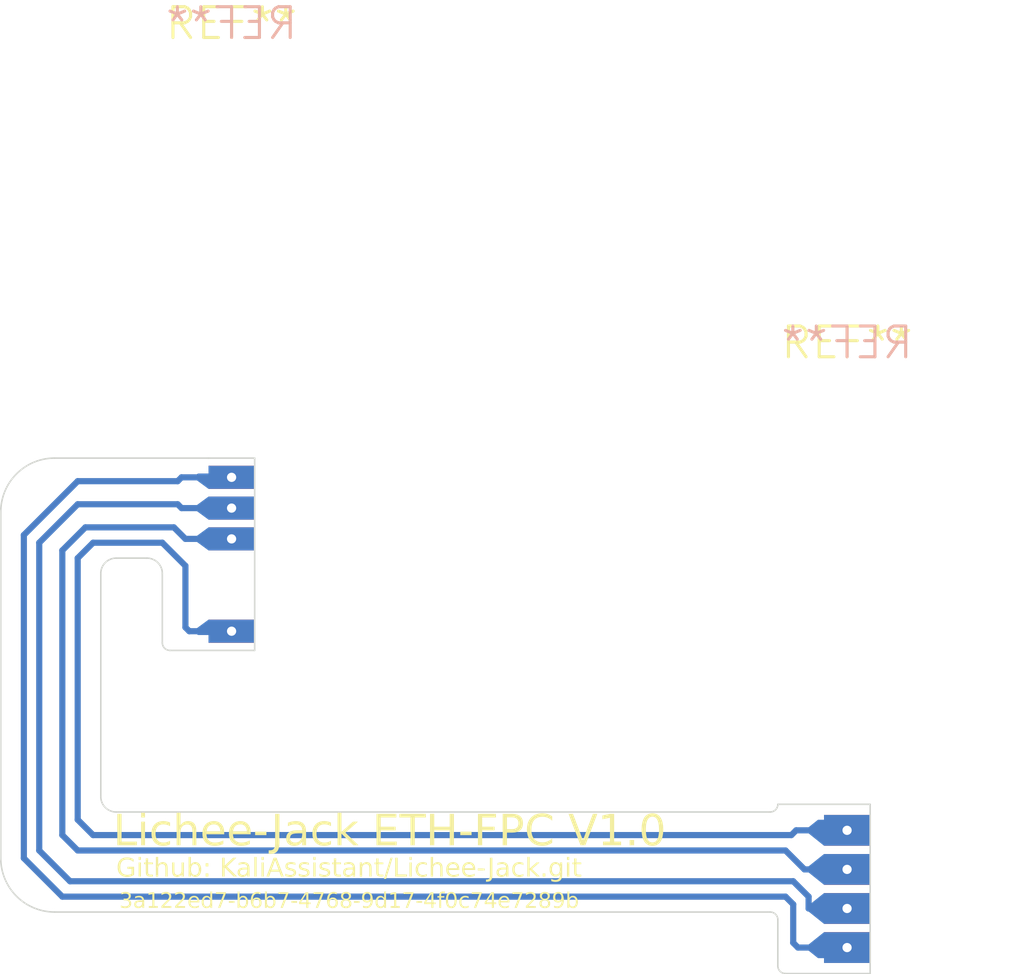
<source format=kicad_pcb>
(kicad_pcb (version 20241229) (generator "pcbnew") (generator_version "9.0")
  (title_block (title "Lichee-Jack EXT . Board ETH FPC") (date "2025-09-16") (rev "1.0") (company "KaliAssistant"))
  (layers (0 "F.Cu" signal) (2 "B.Cu" signal) (13 "F.Paste" user) (15 "B.Paste" user) (5 "F.SilkS" user "F.Silkscreen") (7 "B.SilkS" user "B.Silkscreen") (1 "F.Mask" user) (3 "B.Mask" user) (25 "Edge.Cuts" user))
  (net 0 "")
  (footprint "FPC_8p4c:PCB_EXT_CONN" (layer "F.Cu") (at 169.25 89)
    (property "Reference" "REF**" (at 0 -17.75 0) (layer "F.SilkS") (effects (font (thickness 0.1))))
    (property "Value" "PCB_EXT_CONN")
    (pad "1" smd rect (at 0 -1.905) (size 1.5 1) (layers "F.Cu" "F.Mask" "F.Paste"))
    (pad "2" smd rect (at 0 -0.635) (size 1.5 1) (layers "F.Cu" "F.Mask" "F.Paste"))
    (pad "3" smd rect (at 0 0.635) (size 1.5 1) (layers "F.Cu" "F.Mask" "F.Paste"))
    (pad "4" smd rect (at 0 1.905) (size 1.5 1) (layers "F.Cu" "F.Mask" "F.Paste"))
  )
  (footprint "FPC_8p4c:PCB_CONN" (layer "F.Cu") (at 149.25 78.125)
    (property "Reference" "REF**" (at 0 -17.25 0) (layer "F.SilkS") (effects (font (thickness 0.1))))
    (property "Value" "PCB_CONN")
    (pad "1" smd rect (at 0 -2.5) (size 1.5 0.75) (layers "F.Cu" "F.Mask" "F.Paste"))
    (pad "2" smd rect (at 0 -1.5) (size 1.5 0.75) (layers "F.Cu" "F.Mask" "F.Paste"))
    (pad "3" smd rect (at 0 -0.5) (size 1.5 0.75) (layers "F.Cu" "F.Mask" "F.Paste"))
    (pad "4" smd rect (at 0 2.5) (size 1.5 0.75) (layers "F.Cu" "F.Mask" "F.Paste"))
  )
  (footprint "FPC_8p4c:PCB_CONN" (layer "B.Cu") (at 149.25 78.125 180)
    (property "Reference" "REF**" (at 0 17.25 0) (layer "B.SilkS") (effects (font (thickness 0.1)) (justify mirror)))
    (property "Value" "PCB_CONN")
    (pad "1" smd rect (at 0 2.5 180) (size 1.5 0.75) (layers "B.Cu" "B.Mask" "B.Paste"))
    (pad "2" smd rect (at 0 1.5 180) (size 1.5 0.75) (layers "B.Cu" "B.Mask" "B.Paste"))
    (pad "3" smd rect (at 0 0.5 180) (size 1.5 0.75) (layers "B.Cu" "B.Mask" "B.Paste"))
    (pad "4" smd rect (at 0 -2.5 180) (size 1.5 0.75) (layers "B.Cu" "B.Mask" "B.Paste"))
  )
  (footprint "FPC_8p4c:PCB_EXT_CONN" (layer "B.Cu") (at 169.25 89 180)
    (property "Reference" "REF**" (at 0 17.75 0) (layer "B.SilkS") (effects (font (thickness 0.1)) (justify mirror)))
    (property "Value" "PCB_EXT_CONN")
    (pad "1" smd rect (at 0 1.905 180) (size 1.5 1) (layers "B.Cu" "B.Mask" "B.Paste"))
    (pad "2" smd rect (at 0 0.635 180) (size 1.5 1) (layers "B.Cu" "B.Mask" "B.Paste"))
    (pad "3" smd rect (at 0 -0.635 180) (size 1.5 1) (layers "B.Cu" "B.Mask" "B.Paste"))
    (pad "4" smd rect (at 0 -1.905 180) (size 1.5 1) (layers "B.Cu" "B.Mask" "B.Paste"))
  )
  (gr_line (start 145.5 78.25) (end 146.5 78.25) (stroke (width 0.05)) (layer "Edge.Cuts"))
  (gr_line (start 141.75 76.75) (end 141.75 86.5) (stroke (width 0.05)) (layer "Edge.Cuts"))
  (gr_arc (start 166.75 89.75) (mid 166.926777 89.823223) (end 167 90) (stroke (width 0.05)) (layer "Edge.Cuts"))
  (gr_line (start 170 91.75) (end 167.25 91.75) (stroke (width 0.05)) (layer "Edge.Cuts"))
  (gr_line (start 145 78.75) (end 145 86) (stroke (width 0.05)) (layer "Edge.Cuts"))
  (gr_line (start 170 86.25) (end 170 91.75) (stroke (width 0.05)) (layer "Edge.Cuts"))
  (gr_line (start 150 75) (end 150 81.25) (stroke (width 0.05)) (layer "Edge.Cuts"))
  (gr_line (start 147 81) (end 147 78.75) (stroke (width 0.05)) (layer "Edge.Cuts"))
  (gr_arc (start 145 78.75) (mid 145.146447 78.396447) (end 145.5 78.25) (stroke (width 0.05)) (layer "Edge.Cuts"))
  (gr_arc (start 147.25 81.25) (mid 147.073223 81.176777) (end 147 81) (stroke (width 0.05)) (layer "Edge.Cuts"))
  (gr_arc (start 143.5 89.75) (mid 142.262563 89.237437) (end 141.75 88) (stroke (width 0.05)) (layer "Edge.Cuts"))
  (gr_line (start 150 81.25) (end 147.25 81.25) (stroke (width 0.05)) (layer "Edge.Cuts"))
  (gr_line (start 167 86.25) (end 170 86.25) (stroke (width 0.05)) (layer "Edge.Cuts"))
  (gr_arc (start 167.25 91.75) (mid 167.073223 91.676777) (end 167 91.5) (stroke (width 0.05)) (layer "Edge.Cuts"))
  (gr_arc (start 167 86.25) (mid 166.926777 86.426777) (end 166.75 86.5) (stroke (width 0.05)) (layer "Edge.Cuts"))
  (gr_line (start 145.5 86.5) (end 166.75 86.5) (stroke (width 0.05)) (layer "Edge.Cuts"))
  (gr_line (start 141.75 88) (end 141.75 86.5) (stroke (width 0.05)) (layer "Edge.Cuts"))
  (gr_line (start 143.5 89.75) (end 166.75 89.75) (stroke (width 0.05)) (layer "Edge.Cuts"))
  (gr_line (start 148.5 75) (end 143.5 75) (stroke (width 0.05)) (layer "Edge.Cuts"))
  (gr_arc (start 145.5 86.5) (mid 145.146447 86.353553) (end 145 86) (stroke (width 0.05)) (layer "Edge.Cuts"))
  (gr_line (start 167 90) (end 167 91.5) (stroke (width 0.05)) (layer "Edge.Cuts"))
  (gr_arc (start 141.75 76.75) (mid 142.262563 75.512563) (end 143.5 75) (stroke (width 0.05)) (layer "Edge.Cuts"))
  (gr_line (start 150 75) (end 148.5 75) (stroke (width 0.05)) (layer "Edge.Cuts"))
  (gr_arc (start 146.5 78.25) (mid 146.853553 78.396447) (end 147 78.75) (stroke (width 0.05)) (layer "Edge.Cuts"))
  (gr_text "3a122ed7-b6b7-4768-9d17-4f0c74e7289b" (at 145.6 89.7 0) (layer "F.SilkS") (effects (font (size 0.5 0.5) (thickness 0.1)) (justify left bottom)))
  (gr_text "Github: KaliAssistant/Lichee-Jack.git" (at 145.5 88.7 0) (layer "F.SilkS") (effects (font (size 0.6 0.6)) (justify left bottom)))
  (gr_text "Lichee-Jack ETH-FPC V1.0" (at 145.4 87.75 0) (layer "F.SilkS") (effects (font (size 1 1)) (justify left bottom)))
  (via (at 149.25 75.625) (size 0.6) (drill 0.3) (layers "F.Cu" "B.Cu") (net 0))
  (via (at 169.25 87.095) (size 0.6) (drill 0.3) (layers "F.Cu" "B.Cu") (net 0))
  (via (at 169.25 88.365) (size 0.6) (drill 0.3) (layers "F.Cu" "B.Cu") (net 0))
  (via (at 149.25 80.625) (size 0.6) (drill 0.3) (layers "F.Cu" "B.Cu") (net 0))
  (via (at 149.25 76.625) (size 0.6) (drill 0.3) (layers "F.Cu" "B.Cu") (net 0))
  (via (at 149.25 77.625) (size 0.6) (drill 0.3) (layers "F.Cu" "B.Cu") (net 0))
  (via (at 169.25 89.635) (size 0.6) (drill 0.3) (layers "F.Cu" "B.Cu") (net 0))
  (via (at 169.25 90.905) (size 0.6) (drill 0.3) (layers "F.Cu" "B.Cu") (net 0))
  (segment (start 167.595 87.095) (end 169.25 87.095) (width 0.2) (layer "B.Cu") (net 0))
  (segment (start 142.5 88) (end 143.75 89.25) (width 0.2) (layer "B.Cu") (net 0))
  (segment (start 143 87.75) (end 144 88.75) (width 0.2) (layer "B.Cu") (net 0))
  (segment (start 167.655 90.905) (end 169.25 90.905) (width 0.2) (layer "B.Cu") (net 0))
  (segment (start 144.25 87.75) (end 167.25 87.75) (width 0.2) (layer "B.Cu") (net 0))
  (segment (start 167.44 87.25) (end 167.595 87.095) (width 0.2) (layer "B.Cu") (net 0))
  (segment (start 167.25 89.25) (end 167.5 89.5) (width 0.2) (layer "B.Cu") (net 0))
  (segment (start 147.5 75.75) (end 144.25 75.75) (width 0.2) (layer "B.Cu") (net 0))
  (segment (start 167.25 87.75) (end 167.865 88.365) (width 0.2) (layer "B.Cu") (net 0))
  (segment (start 147.75 80.5) (end 147.75 78.5) (width 0.2) (layer "B.Cu") (net 0))
  (segment (start 147.75 78.5) (end 147 77.75) (width 0.2) (layer "B.Cu") (net 0))
  (segment (start 144.75 77.75) (end 144.25 78.25) (width 0.2) (layer "B.Cu") (net 0))
  (segment (start 144.25 86.75) (end 144.75 87.25) (width 0.2) (layer "B.Cu") (net 0))
  (segment (start 143.75 89.25) (end 167.25 89.25) (width 0.2) (layer "B.Cu") (net 0))
  (segment (start 147.625 76.625) (end 147.5 76.5) (width 0.2) (layer "B.Cu") (net 0))
  (segment (start 167.865 88.365) (end 169.25 88.365) (width 0.2) (layer "B.Cu") (net 0))
  (segment (start 143 77.75) (end 143 87.75) (width 0.2) (layer "B.Cu") (net 0))
  (segment (start 167.5 88.75) (end 168 89.25) (width 0.2) (layer "B.Cu") (net 0))
  (segment (start 168 89.635) (end 169.25 89.635) (width 0.2) (layer "B.Cu") (net 0))
  (segment (start 144 88.75) (end 167.5 88.75) (width 0.2) (layer "B.Cu") (net 0))
  (segment (start 149.25 77.625) (end 147.75 77.625) (width 0.2) (layer "B.Cu") (net 0))
  (segment (start 144.75 87.25) (end 167.44 87.25) (width 0.2) (layer "B.Cu") (net 0))
  (segment (start 167.5 90.75) (end 167.655 90.905) (width 0.2) (layer "B.Cu") (net 0))
  (segment (start 167.5 89.5) (end 167.5 90.75) (width 0.2) (layer "B.Cu") (net 0))
  (segment (start 142.5 77.5) (end 142.5 88) (width 0.2) (layer "B.Cu") (net 0))
  (segment (start 149.25 76.625) (end 147.625 76.625) (width 0.2) (layer "B.Cu") (net 0))
  (segment (start 147.875 80.625) (end 147.75 80.5) (width 0.2) (layer "B.Cu") (net 0))
  (segment (start 144.25 76.5) (end 143 77.75) (width 0.2) (layer "B.Cu") (net 0))
  (segment (start 149.25 80.625) (end 147.875 80.625) (width 0.2) (layer "B.Cu") (net 0))
  (segment (start 147.5 76.5) (end 144.25 76.5) (width 0.2) (layer "B.Cu") (net 0))
  (segment (start 143.75 87.25) (end 144.25 87.75) (width 0.2) (layer "B.Cu") (net 0))
  (segment (start 144.25 78.25) (end 144.25 86.75) (width 0.2) (layer "B.Cu") (net 0))
  (segment (start 147.625 75.625) (end 147.5 75.75) (width 0.2) (layer "B.Cu") (net 0))
  (segment (start 149.25 75.625) (end 147.625 75.625) (width 0.2) (layer "B.Cu") (net 0))
  (segment (start 143.75 78) (end 143.75 87.25) (width 0.2) (layer "B.Cu") (net 0))
  (segment (start 168 89.25) (end 168 89.635) (width 0.2) (layer "B.Cu") (net 0))
  (segment (start 144.25 75.75) (end 142.5 77.5) (width 0.2) (layer "B.Cu") (net 0))
  (segment (start 147.75 77.625) (end 147.375 77.25) (width 0.2) (layer "B.Cu") (net 0))
  (segment (start 147.375 77.25) (end 144.5 77.25) (width 0.2) (layer "B.Cu") (net 0))
  (segment (start 147 77.75) (end 144.75 77.75) (width 0.2) (layer "B.Cu") (net 0))
  (segment (start 144.5 77.25) (end 143.75 78) (width 0.2) (layer "B.Cu") (net 0))
)
</source>
